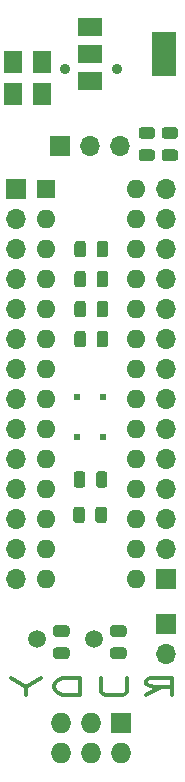
<source format=gbs>
G04 #@! TF.GenerationSoftware,KiCad,Pcbnew,5.1.6-1.fc31*
G04 #@! TF.CreationDate,2020-07-21T16:24:12+03:00*
G04 #@! TF.ProjectId,rudy,72756479-2e6b-4696-9361-645f70636258,rev?*
G04 #@! TF.SameCoordinates,Original*
G04 #@! TF.FileFunction,Soldermask,Bot*
G04 #@! TF.FilePolarity,Negative*
%FSLAX46Y46*%
G04 Gerber Fmt 4.6, Leading zero omitted, Abs format (unit mm)*
G04 Created by KiCad (PCBNEW 5.1.6-1.fc31) date 2020-07-21 16:24:12*
%MOMM*%
%LPD*%
G01*
G04 APERTURE LIST*
%ADD10C,0.375000*%
%ADD11R,2.000000X3.800000*%
%ADD12R,2.000000X1.500000*%
%ADD13C,0.900000*%
%ADD14R,1.700000X1.700000*%
%ADD15O,1.700000X1.700000*%
%ADD16R,1.727200X1.727200*%
%ADD17O,1.727200X1.727200*%
%ADD18C,1.500000*%
%ADD19R,1.600000X1.600000*%
%ADD20O,1.600000X1.600000*%
%ADD21R,1.500000X1.950000*%
%ADD22R,0.500000X0.500000*%
G04 APERTURE END LIST*
D10*
X80842857Y-113978571D02*
X82109523Y-113264285D01*
X83014285Y-113978571D02*
X83014285Y-112478571D01*
X81566666Y-112478571D01*
X81204761Y-112550000D01*
X81023809Y-112621428D01*
X80842857Y-112764285D01*
X80842857Y-112978571D01*
X81023809Y-113121428D01*
X81204761Y-113192857D01*
X81566666Y-113264285D01*
X83014285Y-113264285D01*
X79214285Y-112478571D02*
X79214285Y-113692857D01*
X79033333Y-113835714D01*
X78852380Y-113907142D01*
X78490476Y-113978571D01*
X77766666Y-113978571D01*
X77404761Y-113907142D01*
X77223809Y-113835714D01*
X77042857Y-113692857D01*
X77042857Y-112478571D01*
X75233333Y-113978571D02*
X75233333Y-112478571D01*
X74328571Y-112478571D01*
X73785714Y-112550000D01*
X73423809Y-112692857D01*
X73242857Y-112835714D01*
X73061904Y-113121428D01*
X73061904Y-113335714D01*
X73242857Y-113621428D01*
X73423809Y-113764285D01*
X73785714Y-113907142D01*
X74328571Y-113978571D01*
X75233333Y-113978571D01*
X70709523Y-113264285D02*
X70709523Y-113978571D01*
X71976190Y-112478571D02*
X70709523Y-113264285D01*
X69442857Y-112478571D01*
D11*
X82398000Y-59690000D03*
D12*
X76098000Y-59690000D03*
X76098000Y-57390000D03*
X76098000Y-61990000D03*
D13*
X78400000Y-60906000D03*
X74000000Y-60906000D03*
D14*
X73533000Y-67437000D03*
D15*
X76073000Y-67437000D03*
X78613000Y-67437000D03*
D14*
X69850000Y-71120000D03*
D15*
X69850000Y-73660000D03*
X69850000Y-76200000D03*
X69850000Y-78740000D03*
X69850000Y-81280000D03*
X69850000Y-83820000D03*
X69850000Y-86360000D03*
X69850000Y-88900000D03*
X69850000Y-91440000D03*
X69850000Y-93980000D03*
X69850000Y-96520000D03*
X69850000Y-99060000D03*
X69850000Y-101600000D03*
X69850000Y-104140000D03*
D14*
X82550000Y-104140000D03*
D15*
X82550000Y-101600000D03*
X82550000Y-99060000D03*
X82550000Y-96520000D03*
X82550000Y-93980000D03*
X82550000Y-91440000D03*
X82550000Y-88900000D03*
X82550000Y-86360000D03*
X82550000Y-83820000D03*
X82550000Y-81280000D03*
X82550000Y-78740000D03*
X82550000Y-76200000D03*
X82550000Y-73660000D03*
X82550000Y-71120000D03*
D14*
X82550000Y-107950000D03*
D15*
X82550000Y-110490000D03*
D16*
X78740000Y-116332000D03*
D17*
X78740000Y-118872000D03*
X76200000Y-116332000D03*
X76200000Y-118872000D03*
X73660000Y-116332000D03*
X73660000Y-118872000D03*
D18*
X76454000Y-109220000D03*
X71574000Y-109220000D03*
D19*
X72390000Y-71120000D03*
D20*
X80010000Y-104140000D03*
X72390000Y-73660000D03*
X80010000Y-101600000D03*
X72390000Y-76200000D03*
X80010000Y-99060000D03*
X72390000Y-78740000D03*
X80010000Y-96520000D03*
X72390000Y-81280000D03*
X80010000Y-93980000D03*
X72390000Y-83820000D03*
X80010000Y-91440000D03*
X72390000Y-86360000D03*
X80010000Y-88900000D03*
X72390000Y-88900000D03*
X80010000Y-86360000D03*
X72390000Y-91440000D03*
X80010000Y-83820000D03*
X72390000Y-93980000D03*
X80010000Y-81280000D03*
X72390000Y-96520000D03*
X80010000Y-78740000D03*
X72390000Y-99060000D03*
X80010000Y-76200000D03*
X72390000Y-101600000D03*
X80010000Y-73660000D03*
X72390000Y-104140000D03*
X80010000Y-71120000D03*
D21*
X69596000Y-60347000D03*
X69596000Y-63097000D03*
X72009000Y-60347000D03*
X72009000Y-63097000D03*
D22*
X77150000Y-88700000D03*
X74950000Y-88700000D03*
X77150000Y-92100000D03*
X74950000Y-92100000D03*
G36*
G01*
X80442750Y-65885000D02*
X81355250Y-65885000D01*
G75*
G02*
X81599000Y-66128750I0J-243750D01*
G01*
X81599000Y-66616250D01*
G75*
G02*
X81355250Y-66860000I-243750J0D01*
G01*
X80442750Y-66860000D01*
G75*
G02*
X80199000Y-66616250I0J243750D01*
G01*
X80199000Y-66128750D01*
G75*
G02*
X80442750Y-65885000I243750J0D01*
G01*
G37*
G36*
G01*
X80442750Y-67760000D02*
X81355250Y-67760000D01*
G75*
G02*
X81599000Y-68003750I0J-243750D01*
G01*
X81599000Y-68491250D01*
G75*
G02*
X81355250Y-68735000I-243750J0D01*
G01*
X80442750Y-68735000D01*
G75*
G02*
X80199000Y-68491250I0J243750D01*
G01*
X80199000Y-68003750D01*
G75*
G02*
X80442750Y-67760000I243750J0D01*
G01*
G37*
G36*
G01*
X78029750Y-108049000D02*
X78942250Y-108049000D01*
G75*
G02*
X79186000Y-108292750I0J-243750D01*
G01*
X79186000Y-108780250D01*
G75*
G02*
X78942250Y-109024000I-243750J0D01*
G01*
X78029750Y-109024000D01*
G75*
G02*
X77786000Y-108780250I0J243750D01*
G01*
X77786000Y-108292750D01*
G75*
G02*
X78029750Y-108049000I243750J0D01*
G01*
G37*
G36*
G01*
X78029750Y-109924000D02*
X78942250Y-109924000D01*
G75*
G02*
X79186000Y-110167750I0J-243750D01*
G01*
X79186000Y-110655250D01*
G75*
G02*
X78942250Y-110899000I-243750J0D01*
G01*
X78029750Y-110899000D01*
G75*
G02*
X77786000Y-110655250I0J243750D01*
G01*
X77786000Y-110167750D01*
G75*
G02*
X78029750Y-109924000I243750J0D01*
G01*
G37*
G36*
G01*
X73203750Y-109924000D02*
X74116250Y-109924000D01*
G75*
G02*
X74360000Y-110167750I0J-243750D01*
G01*
X74360000Y-110655250D01*
G75*
G02*
X74116250Y-110899000I-243750J0D01*
G01*
X73203750Y-110899000D01*
G75*
G02*
X72960000Y-110655250I0J243750D01*
G01*
X72960000Y-110167750D01*
G75*
G02*
X73203750Y-109924000I243750J0D01*
G01*
G37*
G36*
G01*
X73203750Y-108049000D02*
X74116250Y-108049000D01*
G75*
G02*
X74360000Y-108292750I0J-243750D01*
G01*
X74360000Y-108780250D01*
G75*
G02*
X74116250Y-109024000I-243750J0D01*
G01*
X73203750Y-109024000D01*
G75*
G02*
X72960000Y-108780250I0J243750D01*
G01*
X72960000Y-108292750D01*
G75*
G02*
X73203750Y-108049000I243750J0D01*
G01*
G37*
G36*
G01*
X74775000Y-81736250D02*
X74775000Y-80823750D01*
G75*
G02*
X75018750Y-80580000I243750J0D01*
G01*
X75506250Y-80580000D01*
G75*
G02*
X75750000Y-80823750I0J-243750D01*
G01*
X75750000Y-81736250D01*
G75*
G02*
X75506250Y-81980000I-243750J0D01*
G01*
X75018750Y-81980000D01*
G75*
G02*
X74775000Y-81736250I0J243750D01*
G01*
G37*
G36*
G01*
X76650000Y-81736250D02*
X76650000Y-80823750D01*
G75*
G02*
X76893750Y-80580000I243750J0D01*
G01*
X77381250Y-80580000D01*
G75*
G02*
X77625000Y-80823750I0J-243750D01*
G01*
X77625000Y-81736250D01*
G75*
G02*
X77381250Y-81980000I-243750J0D01*
G01*
X76893750Y-81980000D01*
G75*
G02*
X76650000Y-81736250I0J243750D01*
G01*
G37*
G36*
G01*
X74775000Y-79196250D02*
X74775000Y-78283750D01*
G75*
G02*
X75018750Y-78040000I243750J0D01*
G01*
X75506250Y-78040000D01*
G75*
G02*
X75750000Y-78283750I0J-243750D01*
G01*
X75750000Y-79196250D01*
G75*
G02*
X75506250Y-79440000I-243750J0D01*
G01*
X75018750Y-79440000D01*
G75*
G02*
X74775000Y-79196250I0J243750D01*
G01*
G37*
G36*
G01*
X76650000Y-79196250D02*
X76650000Y-78283750D01*
G75*
G02*
X76893750Y-78040000I243750J0D01*
G01*
X77381250Y-78040000D01*
G75*
G02*
X77625000Y-78283750I0J-243750D01*
G01*
X77625000Y-79196250D01*
G75*
G02*
X77381250Y-79440000I-243750J0D01*
G01*
X76893750Y-79440000D01*
G75*
G02*
X76650000Y-79196250I0J243750D01*
G01*
G37*
G36*
G01*
X76650000Y-84276250D02*
X76650000Y-83363750D01*
G75*
G02*
X76893750Y-83120000I243750J0D01*
G01*
X77381250Y-83120000D01*
G75*
G02*
X77625000Y-83363750I0J-243750D01*
G01*
X77625000Y-84276250D01*
G75*
G02*
X77381250Y-84520000I-243750J0D01*
G01*
X76893750Y-84520000D01*
G75*
G02*
X76650000Y-84276250I0J243750D01*
G01*
G37*
G36*
G01*
X74775000Y-84276250D02*
X74775000Y-83363750D01*
G75*
G02*
X75018750Y-83120000I243750J0D01*
G01*
X75506250Y-83120000D01*
G75*
G02*
X75750000Y-83363750I0J-243750D01*
G01*
X75750000Y-84276250D01*
G75*
G02*
X75506250Y-84520000I-243750J0D01*
G01*
X75018750Y-84520000D01*
G75*
G02*
X74775000Y-84276250I0J243750D01*
G01*
G37*
G36*
G01*
X75750000Y-75743750D02*
X75750000Y-76656250D01*
G75*
G02*
X75506250Y-76900000I-243750J0D01*
G01*
X75018750Y-76900000D01*
G75*
G02*
X74775000Y-76656250I0J243750D01*
G01*
X74775000Y-75743750D01*
G75*
G02*
X75018750Y-75500000I243750J0D01*
G01*
X75506250Y-75500000D01*
G75*
G02*
X75750000Y-75743750I0J-243750D01*
G01*
G37*
G36*
G01*
X77625000Y-75743750D02*
X77625000Y-76656250D01*
G75*
G02*
X77381250Y-76900000I-243750J0D01*
G01*
X76893750Y-76900000D01*
G75*
G02*
X76650000Y-76656250I0J243750D01*
G01*
X76650000Y-75743750D01*
G75*
G02*
X76893750Y-75500000I243750J0D01*
G01*
X77381250Y-75500000D01*
G75*
G02*
X77625000Y-75743750I0J-243750D01*
G01*
G37*
G36*
G01*
X76587500Y-96156250D02*
X76587500Y-95243750D01*
G75*
G02*
X76831250Y-95000000I243750J0D01*
G01*
X77318750Y-95000000D01*
G75*
G02*
X77562500Y-95243750I0J-243750D01*
G01*
X77562500Y-96156250D01*
G75*
G02*
X77318750Y-96400000I-243750J0D01*
G01*
X76831250Y-96400000D01*
G75*
G02*
X76587500Y-96156250I0J243750D01*
G01*
G37*
G36*
G01*
X74712500Y-96156250D02*
X74712500Y-95243750D01*
G75*
G02*
X74956250Y-95000000I243750J0D01*
G01*
X75443750Y-95000000D01*
G75*
G02*
X75687500Y-95243750I0J-243750D01*
G01*
X75687500Y-96156250D01*
G75*
G02*
X75443750Y-96400000I-243750J0D01*
G01*
X74956250Y-96400000D01*
G75*
G02*
X74712500Y-96156250I0J243750D01*
G01*
G37*
G36*
G01*
X74675000Y-99156250D02*
X74675000Y-98243750D01*
G75*
G02*
X74918750Y-98000000I243750J0D01*
G01*
X75406250Y-98000000D01*
G75*
G02*
X75650000Y-98243750I0J-243750D01*
G01*
X75650000Y-99156250D01*
G75*
G02*
X75406250Y-99400000I-243750J0D01*
G01*
X74918750Y-99400000D01*
G75*
G02*
X74675000Y-99156250I0J243750D01*
G01*
G37*
G36*
G01*
X76550000Y-99156250D02*
X76550000Y-98243750D01*
G75*
G02*
X76793750Y-98000000I243750J0D01*
G01*
X77281250Y-98000000D01*
G75*
G02*
X77525000Y-98243750I0J-243750D01*
G01*
X77525000Y-99156250D01*
G75*
G02*
X77281250Y-99400000I-243750J0D01*
G01*
X76793750Y-99400000D01*
G75*
G02*
X76550000Y-99156250I0J243750D01*
G01*
G37*
G36*
G01*
X82393750Y-65885000D02*
X83306250Y-65885000D01*
G75*
G02*
X83550000Y-66128750I0J-243750D01*
G01*
X83550000Y-66616250D01*
G75*
G02*
X83306250Y-66860000I-243750J0D01*
G01*
X82393750Y-66860000D01*
G75*
G02*
X82150000Y-66616250I0J243750D01*
G01*
X82150000Y-66128750D01*
G75*
G02*
X82393750Y-65885000I243750J0D01*
G01*
G37*
G36*
G01*
X82393750Y-67760000D02*
X83306250Y-67760000D01*
G75*
G02*
X83550000Y-68003750I0J-243750D01*
G01*
X83550000Y-68491250D01*
G75*
G02*
X83306250Y-68735000I-243750J0D01*
G01*
X82393750Y-68735000D01*
G75*
G02*
X82150000Y-68491250I0J243750D01*
G01*
X82150000Y-68003750D01*
G75*
G02*
X82393750Y-67760000I243750J0D01*
G01*
G37*
M02*

</source>
